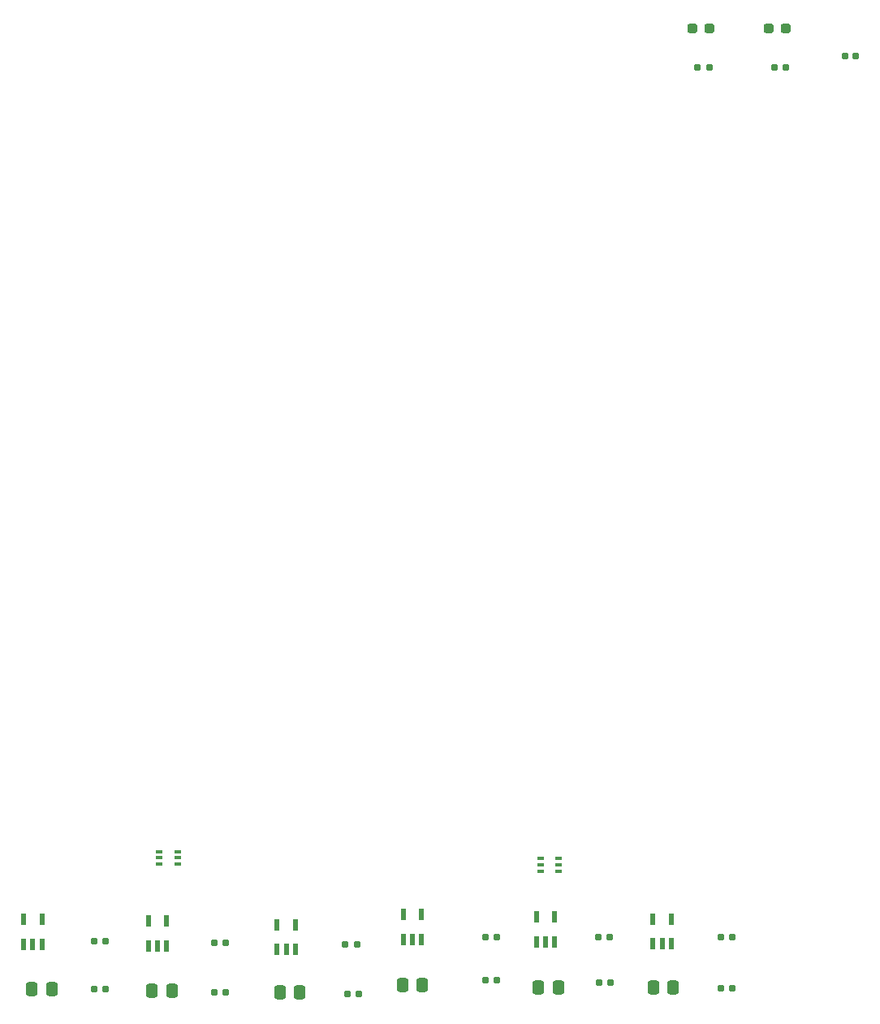
<source format=gbr>
%TF.GenerationSoftware,KiCad,Pcbnew,7.0.10*%
%TF.CreationDate,2024-02-03T22:52:18+05:30*%
%TF.ProjectId,ControlUnit,436f6e74-726f-46c5-956e-69742e6b6963,rev?*%
%TF.SameCoordinates,Original*%
%TF.FileFunction,Paste,Top*%
%TF.FilePolarity,Positive*%
%FSLAX46Y46*%
G04 Gerber Fmt 4.6, Leading zero omitted, Abs format (unit mm)*
G04 Created by KiCad (PCBNEW 7.0.10) date 2024-02-03 22:52:18*
%MOMM*%
%LPD*%
G01*
G04 APERTURE LIST*
G04 Aperture macros list*
%AMRoundRect*
0 Rectangle with rounded corners*
0 $1 Rounding radius*
0 $2 $3 $4 $5 $6 $7 $8 $9 X,Y pos of 4 corners*
0 Add a 4 corners polygon primitive as box body*
4,1,4,$2,$3,$4,$5,$6,$7,$8,$9,$2,$3,0*
0 Add four circle primitives for the rounded corners*
1,1,$1+$1,$2,$3*
1,1,$1+$1,$4,$5*
1,1,$1+$1,$6,$7*
1,1,$1+$1,$8,$9*
0 Add four rect primitives between the rounded corners*
20,1,$1+$1,$2,$3,$4,$5,0*
20,1,$1+$1,$4,$5,$6,$7,0*
20,1,$1+$1,$6,$7,$8,$9,0*
20,1,$1+$1,$8,$9,$2,$3,0*%
G04 Aperture macros list end*
%ADD10RoundRect,0.160000X-0.197500X-0.160000X0.197500X-0.160000X0.197500X0.160000X-0.197500X0.160000X0*%
%ADD11RoundRect,0.250000X-0.337500X-0.475000X0.337500X-0.475000X0.337500X0.475000X-0.337500X0.475000X0*%
%ADD12RoundRect,0.237500X-0.287500X-0.237500X0.287500X-0.237500X0.287500X0.237500X-0.287500X0.237500X0*%
%ADD13R,0.550000X1.200000*%
%ADD14R,0.650000X0.400000*%
%ADD15RoundRect,0.155000X-0.212500X-0.155000X0.212500X-0.155000X0.212500X0.155000X-0.212500X0.155000X0*%
G04 APERTURE END LIST*
D10*
%TO.C,R6*%
X160805000Y-49000000D03*
X162000000Y-49000000D03*
%TD*%
D11*
%TO.C,C18*%
X95875000Y-145310000D03*
X97950000Y-145310000D03*
%TD*%
D12*
%TO.C,D4*%
X152250000Y-45000000D03*
X154000000Y-45000000D03*
%TD*%
D11*
%TO.C,C15*%
X83375000Y-145160000D03*
X85450000Y-145160000D03*
%TD*%
%TO.C,C19*%
X109211000Y-145504900D03*
X111286000Y-145504900D03*
%TD*%
D10*
%TO.C,R14*%
X130657500Y-139680000D03*
X131852500Y-139680000D03*
%TD*%
D13*
%TO.C,U13*%
X122102500Y-139980100D03*
X123052500Y-139980100D03*
X124002500Y-139980100D03*
X124002500Y-137379900D03*
X122102500Y-137379900D03*
%TD*%
D10*
%TO.C,R12*%
X142452500Y-139700000D03*
X143647500Y-139700000D03*
%TD*%
%TO.C,R8*%
X89852500Y-140160000D03*
X91047500Y-140160000D03*
%TD*%
D14*
%TO.C,D3*%
X136427500Y-131530000D03*
X136427500Y-132180000D03*
X136427500Y-132830000D03*
X138327500Y-132830000D03*
X138327500Y-132180000D03*
X138327500Y-131530000D03*
%TD*%
D10*
%TO.C,R10*%
X130651600Y-144195000D03*
X131846600Y-144195000D03*
%TD*%
%TO.C,R15*%
X102355000Y-140310000D03*
X103550000Y-140310000D03*
%TD*%
%TO.C,R1*%
X152805000Y-49000000D03*
X154000000Y-49000000D03*
%TD*%
%TO.C,R20*%
X155255000Y-145080000D03*
X156450000Y-145080000D03*
%TD*%
D13*
%TO.C,U11*%
X95500000Y-140660100D03*
X96450000Y-140660100D03*
X97400000Y-140660100D03*
X97400000Y-138059900D03*
X95500000Y-138059900D03*
%TD*%
D11*
%TO.C,C16*%
X122027500Y-144730000D03*
X124102500Y-144730000D03*
%TD*%
%TO.C,C17*%
X136177500Y-144930000D03*
X138252500Y-144930000D03*
%TD*%
D15*
%TO.C,C11*%
X168150000Y-47850000D03*
X169285000Y-47850000D03*
%TD*%
D10*
%TO.C,R18*%
X116300000Y-145650000D03*
X117495000Y-145650000D03*
%TD*%
%TO.C,R19*%
X142507500Y-144480000D03*
X143702500Y-144480000D03*
%TD*%
D13*
%TO.C,U15*%
X148152500Y-140430100D03*
X149102500Y-140430100D03*
X150052500Y-140430100D03*
X150052500Y-137829900D03*
X148152500Y-137829900D03*
%TD*%
D11*
%TO.C,C20*%
X148177500Y-144980000D03*
X150252500Y-144980000D03*
%TD*%
D13*
%TO.C,U14*%
X136002500Y-140230100D03*
X136952500Y-140230100D03*
X137902500Y-140230100D03*
X137902500Y-137629900D03*
X136002500Y-137629900D03*
%TD*%
%TO.C,U4*%
X82500000Y-140460100D03*
X83450000Y-140460100D03*
X84400000Y-140460100D03*
X84400000Y-137859900D03*
X82500000Y-137859900D03*
%TD*%
D12*
%TO.C,D1*%
X160250000Y-45000000D03*
X162000000Y-45000000D03*
%TD*%
D10*
%TO.C,R9*%
X89852500Y-145150000D03*
X91047500Y-145150000D03*
%TD*%
%TO.C,R13*%
X155252500Y-139700000D03*
X156447500Y-139700000D03*
%TD*%
%TO.C,R16*%
X102355000Y-145500000D03*
X103550000Y-145500000D03*
%TD*%
%TO.C,R17*%
X116055000Y-140460000D03*
X117250000Y-140460000D03*
%TD*%
D14*
%TO.C,D2*%
X96650000Y-130800000D03*
X96650000Y-131450000D03*
X96650000Y-132100000D03*
X98550000Y-132100000D03*
X98550000Y-131450000D03*
X98550000Y-130800000D03*
%TD*%
D13*
%TO.C,U12*%
X108950000Y-141010100D03*
X109900000Y-141010100D03*
X110850000Y-141010100D03*
X110850000Y-138409900D03*
X108950000Y-138409900D03*
%TD*%
M02*

</source>
